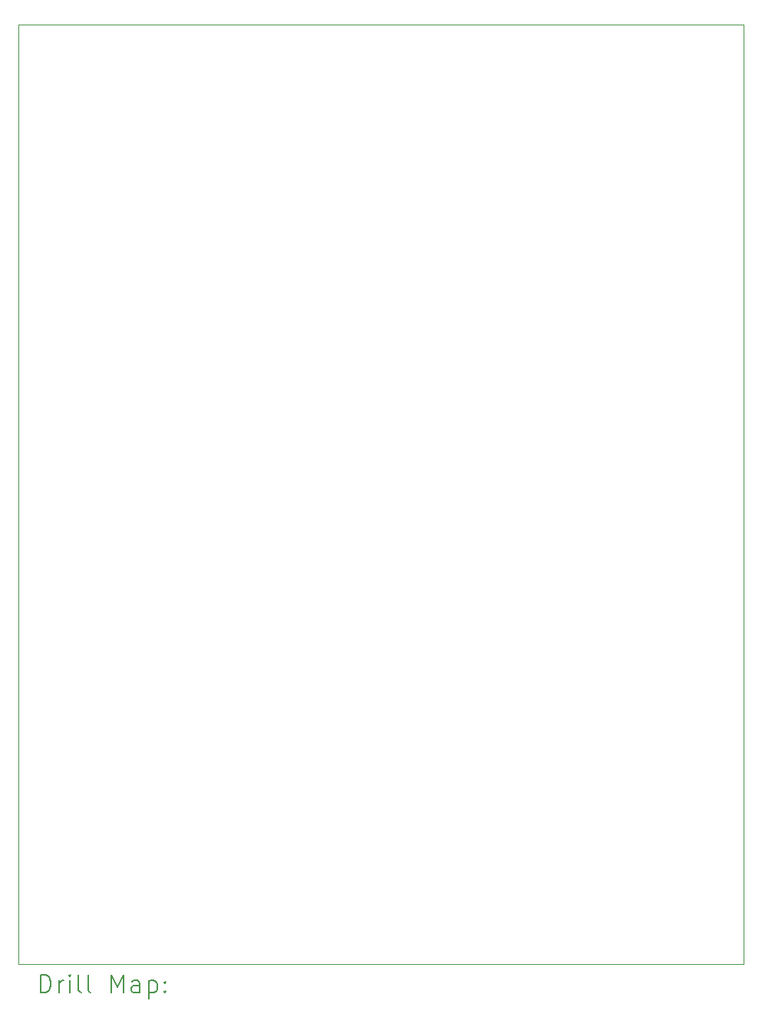
<source format=gbr>
%TF.GenerationSoftware,KiCad,Pcbnew,7.0.1-0*%
%TF.CreationDate,2023-03-19T01:48:49-04:00*%
%TF.ProjectId,solar-cell-pcbs-usbUPDATING,736f6c61-722d-4636-956c-6c2d70636273,3*%
%TF.SameCoordinates,Original*%
%TF.FileFunction,Drillmap*%
%TF.FilePolarity,Positive*%
%FSLAX45Y45*%
G04 Gerber Fmt 4.5, Leading zero omitted, Abs format (unit mm)*
G04 Created by KiCad (PCBNEW 7.0.1-0) date 2023-03-19 01:48:49*
%MOMM*%
%LPD*%
G01*
G04 APERTURE LIST*
%ADD10C,0.100000*%
%ADD11C,0.200000*%
G04 APERTURE END LIST*
D10*
X14360000Y-3875000D02*
X15210000Y-3875000D01*
X8060000Y-14225000D02*
X8860000Y-14225000D01*
X13560000Y-14225000D02*
X8860000Y-14225000D01*
X8065000Y-3875000D02*
X8865000Y-3875000D01*
X13560000Y-3875000D02*
X14360000Y-3875000D01*
X15210000Y-3875000D02*
X15210000Y-14225000D01*
X8060000Y-14225000D02*
X7210000Y-14225000D01*
X14360000Y-14225000D02*
X15210000Y-14225000D01*
X13560000Y-14225000D02*
X14360000Y-14225000D01*
X8865000Y-3875000D02*
X13560000Y-3875000D01*
X8065000Y-3875000D02*
X7210000Y-3875000D01*
X7210000Y-14225000D02*
X7210000Y-3875000D01*
D11*
X7452619Y-14542524D02*
X7452619Y-14342524D01*
X7452619Y-14342524D02*
X7500238Y-14342524D01*
X7500238Y-14342524D02*
X7528809Y-14352048D01*
X7528809Y-14352048D02*
X7547857Y-14371095D01*
X7547857Y-14371095D02*
X7557381Y-14390143D01*
X7557381Y-14390143D02*
X7566905Y-14428238D01*
X7566905Y-14428238D02*
X7566905Y-14456809D01*
X7566905Y-14456809D02*
X7557381Y-14494905D01*
X7557381Y-14494905D02*
X7547857Y-14513952D01*
X7547857Y-14513952D02*
X7528809Y-14533000D01*
X7528809Y-14533000D02*
X7500238Y-14542524D01*
X7500238Y-14542524D02*
X7452619Y-14542524D01*
X7652619Y-14542524D02*
X7652619Y-14409190D01*
X7652619Y-14447286D02*
X7662143Y-14428238D01*
X7662143Y-14428238D02*
X7671667Y-14418714D01*
X7671667Y-14418714D02*
X7690714Y-14409190D01*
X7690714Y-14409190D02*
X7709762Y-14409190D01*
X7776428Y-14542524D02*
X7776428Y-14409190D01*
X7776428Y-14342524D02*
X7766905Y-14352048D01*
X7766905Y-14352048D02*
X7776428Y-14361571D01*
X7776428Y-14361571D02*
X7785952Y-14352048D01*
X7785952Y-14352048D02*
X7776428Y-14342524D01*
X7776428Y-14342524D02*
X7776428Y-14361571D01*
X7900238Y-14542524D02*
X7881190Y-14533000D01*
X7881190Y-14533000D02*
X7871667Y-14513952D01*
X7871667Y-14513952D02*
X7871667Y-14342524D01*
X8005000Y-14542524D02*
X7985952Y-14533000D01*
X7985952Y-14533000D02*
X7976428Y-14513952D01*
X7976428Y-14513952D02*
X7976428Y-14342524D01*
X8233571Y-14542524D02*
X8233571Y-14342524D01*
X8233571Y-14342524D02*
X8300238Y-14485381D01*
X8300238Y-14485381D02*
X8366905Y-14342524D01*
X8366905Y-14342524D02*
X8366905Y-14542524D01*
X8547857Y-14542524D02*
X8547857Y-14437762D01*
X8547857Y-14437762D02*
X8538333Y-14418714D01*
X8538333Y-14418714D02*
X8519286Y-14409190D01*
X8519286Y-14409190D02*
X8481190Y-14409190D01*
X8481190Y-14409190D02*
X8462143Y-14418714D01*
X8547857Y-14533000D02*
X8528810Y-14542524D01*
X8528810Y-14542524D02*
X8481190Y-14542524D01*
X8481190Y-14542524D02*
X8462143Y-14533000D01*
X8462143Y-14533000D02*
X8452619Y-14513952D01*
X8452619Y-14513952D02*
X8452619Y-14494905D01*
X8452619Y-14494905D02*
X8462143Y-14475857D01*
X8462143Y-14475857D02*
X8481190Y-14466333D01*
X8481190Y-14466333D02*
X8528810Y-14466333D01*
X8528810Y-14466333D02*
X8547857Y-14456809D01*
X8643095Y-14409190D02*
X8643095Y-14609190D01*
X8643095Y-14418714D02*
X8662143Y-14409190D01*
X8662143Y-14409190D02*
X8700238Y-14409190D01*
X8700238Y-14409190D02*
X8719286Y-14418714D01*
X8719286Y-14418714D02*
X8728810Y-14428238D01*
X8728810Y-14428238D02*
X8738333Y-14447286D01*
X8738333Y-14447286D02*
X8738333Y-14504428D01*
X8738333Y-14504428D02*
X8728810Y-14523476D01*
X8728810Y-14523476D02*
X8719286Y-14533000D01*
X8719286Y-14533000D02*
X8700238Y-14542524D01*
X8700238Y-14542524D02*
X8662143Y-14542524D01*
X8662143Y-14542524D02*
X8643095Y-14533000D01*
X8824048Y-14523476D02*
X8833571Y-14533000D01*
X8833571Y-14533000D02*
X8824048Y-14542524D01*
X8824048Y-14542524D02*
X8814524Y-14533000D01*
X8814524Y-14533000D02*
X8824048Y-14523476D01*
X8824048Y-14523476D02*
X8824048Y-14542524D01*
X8824048Y-14418714D02*
X8833571Y-14428238D01*
X8833571Y-14428238D02*
X8824048Y-14437762D01*
X8824048Y-14437762D02*
X8814524Y-14428238D01*
X8814524Y-14428238D02*
X8824048Y-14418714D01*
X8824048Y-14418714D02*
X8824048Y-14437762D01*
M02*

</source>
